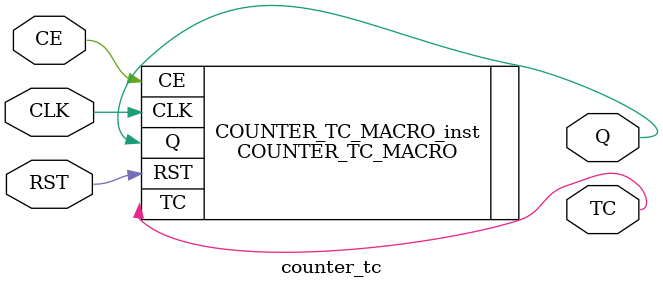
<source format=v>
module counter_tc(output Q, output TC, input CLK, input CE, input RST);

//// COUNTER_TC_MACRO: Counter with terminal count implemented in a DSP48E
////                   7 Series
//// Xilinx HDL Language Template, version 2021.2

COUNTER_TC_MACRO #(
   .COUNT_BY(48'h000000000001), // Count by value
   .DEVICE("7SERIES"),          // Target Device: "7SERIES"
   .DIRECTION("UP"),            // Counter direction, "UP" or "DOWN"
   .RESET_UPON_TC("FALSE"), // Reset counter upon terminal count, "TRUE" or "FALSE"
   .TC_VALUE(48'h000000000000), // Terminal count value
   .WIDTH_DATA(48)              // Counter output bus width, 1-48
) COUNTER_TC_MACRO_inst (
   .Q(Q),     // Counter output bus, width determined by WIDTH_DATA parameter
   .TC(TC),   // 1-bit terminal count output, high = terminal count is reached
   .CLK(CLK), // 1-bit positive edge clock input
   .CE(CE),   // 1-bit active high clock enable input
  .RST(RST)  // 1-bit active high synchronous reset
);

//// End of COUNTER_TC_MACRO_inst instantiation

endmodule




</source>
